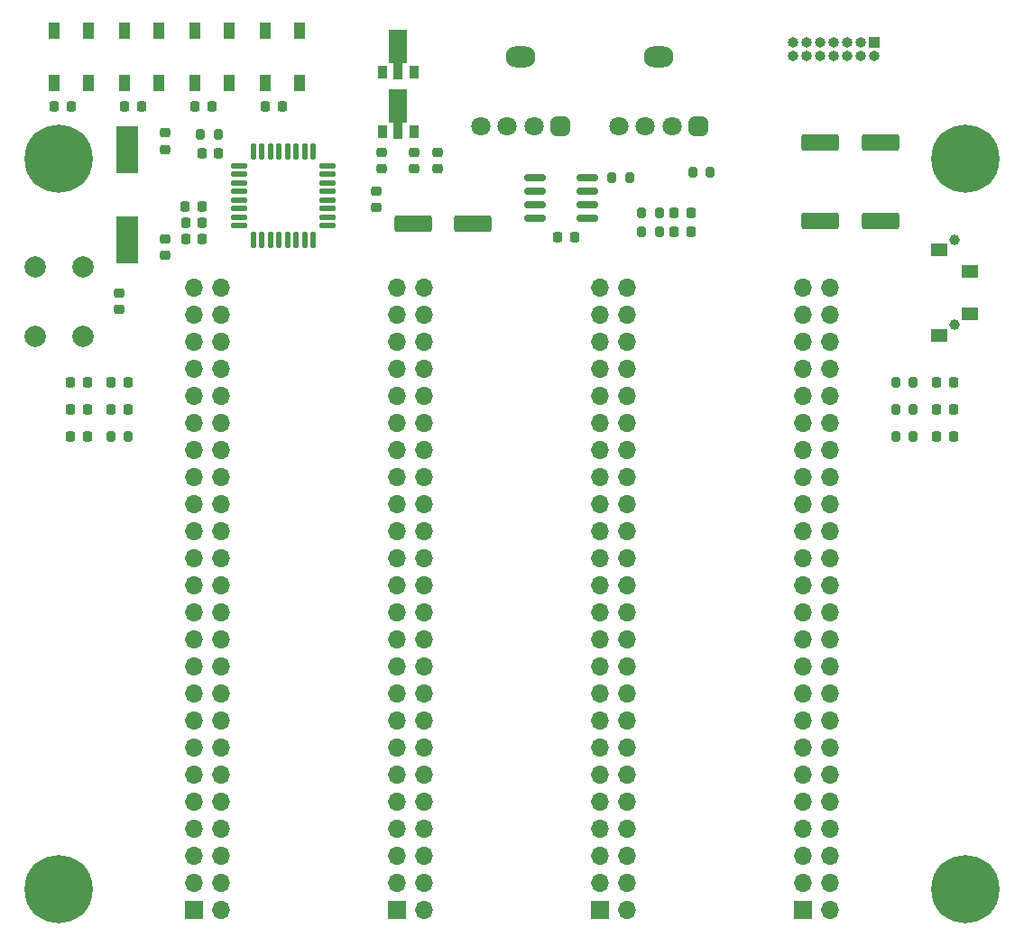
<source format=gbr>
%TF.GenerationSoftware,KiCad,Pcbnew,(6.0.0)*%
%TF.CreationDate,2022-03-21T15:06:36+09:00*%
%TF.ProjectId,MotorDriver base unit,4d6f746f-7244-4726-9976-657220626173,rev?*%
%TF.SameCoordinates,Original*%
%TF.FileFunction,Soldermask,Top*%
%TF.FilePolarity,Negative*%
%FSLAX46Y46*%
G04 Gerber Fmt 4.6, Leading zero omitted, Abs format (unit mm)*
G04 Created by KiCad (PCBNEW (6.0.0)) date 2022-03-21 15:06:36*
%MOMM*%
%LPD*%
G01*
G04 APERTURE LIST*
G04 Aperture macros list*
%AMRoundRect*
0 Rectangle with rounded corners*
0 $1 Rounding radius*
0 $2 $3 $4 $5 $6 $7 $8 $9 X,Y pos of 4 corners*
0 Add a 4 corners polygon primitive as box body*
4,1,4,$2,$3,$4,$5,$6,$7,$8,$9,$2,$3,0*
0 Add four circle primitives for the rounded corners*
1,1,$1+$1,$2,$3*
1,1,$1+$1,$4,$5*
1,1,$1+$1,$6,$7*
1,1,$1+$1,$8,$9*
0 Add four rect primitives between the rounded corners*
20,1,$1+$1,$2,$3,$4,$5,0*
20,1,$1+$1,$4,$5,$6,$7,0*
20,1,$1+$1,$6,$7,$8,$9,0*
20,1,$1+$1,$8,$9,$2,$3,0*%
%AMFreePoly0*
4,1,9,3.862500,-0.866500,0.737500,-0.866500,0.737500,-0.450000,-0.737500,-0.450000,-0.737500,0.450000,0.737500,0.450000,0.737500,0.866500,3.862500,0.866500,3.862500,-0.866500,3.862500,-0.866500,$1*%
G04 Aperture macros list end*
%ADD10RoundRect,0.250000X-1.500000X-0.550000X1.500000X-0.550000X1.500000X0.550000X-1.500000X0.550000X0*%
%ADD11RoundRect,0.225000X0.250000X-0.225000X0.250000X0.225000X-0.250000X0.225000X-0.250000X-0.225000X0*%
%ADD12RoundRect,0.225000X-0.225000X-0.250000X0.225000X-0.250000X0.225000X0.250000X-0.225000X0.250000X0*%
%ADD13RoundRect,0.225000X0.225000X0.250000X-0.225000X0.250000X-0.225000X-0.250000X0.225000X-0.250000X0*%
%ADD14RoundRect,0.225000X-0.250000X0.225000X-0.250000X-0.225000X0.250000X-0.225000X0.250000X0.225000X0*%
%ADD15RoundRect,0.218750X0.218750X0.256250X-0.218750X0.256250X-0.218750X-0.256250X0.218750X-0.256250X0*%
%ADD16R,1.000000X1.500000*%
%ADD17RoundRect,0.218750X-0.218750X-0.256250X0.218750X-0.256250X0.218750X0.256250X-0.218750X0.256250X0*%
%ADD18O,2.800000X2.000000*%
%ADD19RoundRect,0.450000X0.450000X0.450000X-0.450000X0.450000X-0.450000X-0.450000X0.450000X-0.450000X0*%
%ADD20C,1.800000*%
%ADD21RoundRect,0.200000X-0.200000X-0.275000X0.200000X-0.275000X0.200000X0.275000X-0.200000X0.275000X0*%
%ADD22RoundRect,0.200000X0.200000X0.275000X-0.200000X0.275000X-0.200000X-0.275000X0.200000X-0.275000X0*%
%ADD23C,2.000000*%
%ADD24RoundRect,0.125000X-0.625000X-0.125000X0.625000X-0.125000X0.625000X0.125000X-0.625000X0.125000X0*%
%ADD25RoundRect,0.125000X-0.125000X-0.625000X0.125000X-0.625000X0.125000X0.625000X-0.125000X0.625000X0*%
%ADD26R,2.000000X4.500000*%
%ADD27R,1.000000X1.000000*%
%ADD28O,1.000000X1.000000*%
%ADD29C,0.800000*%
%ADD30C,6.400000*%
%ADD31RoundRect,0.150000X-0.825000X-0.150000X0.825000X-0.150000X0.825000X0.150000X-0.825000X0.150000X0*%
%ADD32R,0.900000X1.300000*%
%ADD33FreePoly0,90.000000*%
%ADD34C,1.000000*%
%ADD35R,1.600000X1.200000*%
%ADD36R,1.700000X1.700000*%
%ADD37O,1.700000X1.700000*%
G04 APERTURE END LIST*
D10*
%TO.C,C3*%
X108331000Y-35941000D03*
X113931000Y-35941000D03*
%TD*%
%TO.C,C4*%
X108331000Y-43307000D03*
X113931000Y-43307000D03*
%TD*%
D11*
%TO.C,C5*%
X66675000Y-42050000D03*
X66675000Y-40500000D03*
%TD*%
D10*
%TO.C,C7*%
X70104000Y-43561000D03*
X75704000Y-43561000D03*
%TD*%
D12*
%TO.C,C9*%
X48742000Y-43434000D03*
X50292000Y-43434000D03*
%TD*%
%TO.C,C10*%
X48742000Y-44958000D03*
X50292000Y-44958000D03*
%TD*%
D13*
%TO.C,C12*%
X51816000Y-36957000D03*
X50266000Y-36957000D03*
%TD*%
D12*
%TO.C,C14*%
X36449000Y-32512000D03*
X37999000Y-32512000D03*
%TD*%
%TO.C,C15*%
X43053000Y-32512000D03*
X44603000Y-32512000D03*
%TD*%
D14*
%TO.C,C16*%
X46863000Y-44958000D03*
X46863000Y-46508000D03*
%TD*%
D11*
%TO.C,C17*%
X42545000Y-51575000D03*
X42545000Y-50025000D03*
%TD*%
D12*
%TO.C,C18*%
X49657000Y-32512000D03*
X51207000Y-32512000D03*
%TD*%
D11*
%TO.C,C19*%
X46863000Y-36576000D03*
X46863000Y-35026000D03*
%TD*%
D12*
%TO.C,C20*%
X56261000Y-32512000D03*
X57811000Y-32512000D03*
%TD*%
D15*
%TO.C,D1*%
X120802500Y-60960000D03*
X119227500Y-60960000D03*
%TD*%
%TO.C,D2*%
X120802500Y-58420000D03*
X119227500Y-58420000D03*
%TD*%
D16*
%TO.C,D4*%
X36449000Y-30300000D03*
X39649000Y-30300000D03*
X39649000Y-25400000D03*
X36449000Y-25400000D03*
%TD*%
D17*
%TO.C,D6*%
X94615000Y-44323000D03*
X96190000Y-44323000D03*
%TD*%
D16*
%TO.C,D7*%
X43053000Y-30300000D03*
X46253000Y-30300000D03*
X46253000Y-25400000D03*
X43053000Y-25400000D03*
%TD*%
D17*
%TO.C,D8*%
X94615000Y-42545000D03*
X96190000Y-42545000D03*
%TD*%
D16*
%TO.C,D10*%
X49657000Y-30300000D03*
X52857000Y-30300000D03*
X52857000Y-25400000D03*
X49657000Y-25400000D03*
%TD*%
%TO.C,D13*%
X56261000Y-30300000D03*
X59461000Y-30300000D03*
X59461000Y-25400000D03*
X56261000Y-25400000D03*
%TD*%
D17*
%TO.C,FB1*%
X48717000Y-41910000D03*
X50292000Y-41910000D03*
%TD*%
D18*
%TO.C,J3*%
X80197000Y-27917000D03*
D19*
X83947000Y-34417000D03*
D20*
X81447000Y-34417000D03*
X78947000Y-34417000D03*
X76447000Y-34417000D03*
%TD*%
D18*
%TO.C,J4*%
X93151000Y-27917000D03*
D19*
X96901000Y-34417000D03*
D20*
X94401000Y-34417000D03*
X91901000Y-34417000D03*
X89401000Y-34417000D03*
%TD*%
D21*
%TO.C,R1*%
X115380000Y-60960000D03*
X117030000Y-60960000D03*
%TD*%
%TO.C,R2*%
X115380000Y-58420000D03*
X117030000Y-58420000D03*
%TD*%
%TO.C,R5*%
X91567000Y-44323000D03*
X93217000Y-44323000D03*
%TD*%
%TO.C,R6*%
X91567000Y-42545000D03*
X93217000Y-42545000D03*
%TD*%
%TO.C,R10*%
X88773000Y-39243000D03*
X90423000Y-39243000D03*
%TD*%
D22*
%TO.C,R15*%
X51816000Y-35179000D03*
X50166000Y-35179000D03*
%TD*%
D23*
%TO.C,SW1*%
X39116000Y-47625000D03*
X39116000Y-54125000D03*
X34616000Y-54125000D03*
X34616000Y-47625000D03*
%TD*%
D24*
%TO.C,U2*%
X53731000Y-38110000D03*
X53731000Y-38910000D03*
X53731000Y-39710000D03*
X53731000Y-40510000D03*
X53731000Y-41310000D03*
X53731000Y-42110000D03*
X53731000Y-42910000D03*
X53731000Y-43710000D03*
D25*
X55106000Y-45085000D03*
X55906000Y-45085000D03*
X56706000Y-45085000D03*
X57506000Y-45085000D03*
X58306000Y-45085000D03*
X59106000Y-45085000D03*
X59906000Y-45085000D03*
X60706000Y-45085000D03*
D24*
X62081000Y-43710000D03*
X62081000Y-42910000D03*
X62081000Y-42110000D03*
X62081000Y-41310000D03*
X62081000Y-40510000D03*
X62081000Y-39710000D03*
X62081000Y-38910000D03*
X62081000Y-38110000D03*
D25*
X60706000Y-36735000D03*
X59906000Y-36735000D03*
X59106000Y-36735000D03*
X58306000Y-36735000D03*
X57506000Y-36735000D03*
X56706000Y-36735000D03*
X55906000Y-36735000D03*
X55106000Y-36735000D03*
%TD*%
D26*
%TO.C,Y1*%
X43307000Y-45076000D03*
X43307000Y-36576000D03*
%TD*%
D27*
%TO.C,J1*%
X113411000Y-26543000D03*
D28*
X113411000Y-27813000D03*
X112141000Y-26543000D03*
X112141000Y-27813000D03*
X110871000Y-26543000D03*
X110871000Y-27813000D03*
X109601000Y-26543000D03*
X109601000Y-27813000D03*
X108331000Y-26543000D03*
X108331000Y-27813000D03*
X107061000Y-26543000D03*
X107061000Y-27813000D03*
X105791000Y-26543000D03*
X105791000Y-27813000D03*
%TD*%
D12*
%TO.C,C13*%
X83680000Y-44831000D03*
X85230000Y-44831000D03*
%TD*%
D29*
%TO.C,H3*%
X36830000Y-39865000D03*
X38527056Y-39162056D03*
X34430000Y-37465000D03*
D30*
X36830000Y-37465000D03*
D29*
X39230000Y-37465000D03*
X35132944Y-39162056D03*
X36830000Y-35065000D03*
X35132944Y-35767944D03*
X38527056Y-35767944D03*
%TD*%
%TO.C,H4*%
X121920000Y-35065000D03*
X124320000Y-37465000D03*
X120222944Y-39162056D03*
X120222944Y-35767944D03*
X123617056Y-39162056D03*
D30*
X121920000Y-37465000D03*
D29*
X119520000Y-37465000D03*
X123617056Y-35767944D03*
X121920000Y-39865000D03*
%TD*%
D31*
%TO.C,U4*%
X81537000Y-39243000D03*
X81537000Y-40513000D03*
X81537000Y-41783000D03*
X81537000Y-43053000D03*
X86487000Y-43053000D03*
X86487000Y-41783000D03*
X86487000Y-40513000D03*
X86487000Y-39243000D03*
%TD*%
D32*
%TO.C,U1*%
X67207000Y-29336000D03*
D33*
X68707000Y-29248500D03*
D32*
X70207000Y-29336000D03*
%TD*%
D14*
%TO.C,C8*%
X70231000Y-36830000D03*
X70231000Y-38380000D03*
%TD*%
%TO.C,C11*%
X67183000Y-36830000D03*
X67183000Y-38380000D03*
%TD*%
D32*
%TO.C,U3*%
X67207000Y-34924000D03*
D33*
X68707000Y-34836500D03*
D32*
X70207000Y-34924000D03*
%TD*%
D17*
%TO.C,D51*%
X37947500Y-60960000D03*
X39522500Y-60960000D03*
%TD*%
%TO.C,D52*%
X37947500Y-58420000D03*
X39522500Y-58420000D03*
%TD*%
D15*
%TO.C,R65*%
X43332500Y-60960000D03*
X41757500Y-60960000D03*
%TD*%
%TO.C,R66*%
X43332500Y-58420000D03*
X41757500Y-58420000D03*
%TD*%
D22*
%TO.C,R69*%
X97980000Y-38735000D03*
X96330000Y-38735000D03*
%TD*%
D34*
%TO.C,SW2*%
X120907000Y-53038000D03*
X120907000Y-45038000D03*
D35*
X119507000Y-54038000D03*
X122307000Y-52038000D03*
X122307000Y-48038000D03*
X119507000Y-46038000D03*
%TD*%
D29*
%TO.C,H1*%
X36830000Y-108445000D03*
X39230000Y-106045000D03*
X34430000Y-106045000D03*
X35132944Y-104347944D03*
X35132944Y-107742056D03*
X38527056Y-104347944D03*
X36830000Y-103645000D03*
X38527056Y-107742056D03*
D30*
X36830000Y-106045000D03*
%TD*%
D29*
%TO.C,H2*%
X121920000Y-103645000D03*
X120222944Y-104347944D03*
X121920000Y-108445000D03*
X124320000Y-106045000D03*
X123617056Y-107742056D03*
X119520000Y-106045000D03*
X123617056Y-104347944D03*
D30*
X121920000Y-106045000D03*
D29*
X120222944Y-107742056D03*
%TD*%
D36*
%TO.C,J7*%
X49530000Y-107950000D03*
D37*
X52070000Y-107950000D03*
X49530000Y-105410000D03*
X52070000Y-105410000D03*
X49530000Y-102870000D03*
X52070000Y-102870000D03*
X49530000Y-100330000D03*
X52070000Y-100330000D03*
X49530000Y-97790000D03*
X52070000Y-97790000D03*
X49530000Y-95250000D03*
X52070000Y-95250000D03*
X49530000Y-92710000D03*
X52070000Y-92710000D03*
X49530000Y-90170000D03*
X52070000Y-90170000D03*
X49530000Y-87630000D03*
X52070000Y-87630000D03*
X49530000Y-85090000D03*
X52070000Y-85090000D03*
X49530000Y-82550000D03*
X52070000Y-82550000D03*
X49530000Y-80010000D03*
X52070000Y-80010000D03*
X49530000Y-77470000D03*
X52070000Y-77470000D03*
X49530000Y-74930000D03*
X52070000Y-74930000D03*
X49530000Y-72390000D03*
X52070000Y-72390000D03*
X49530000Y-69850000D03*
X52070000Y-69850000D03*
X49530000Y-67310000D03*
X52070000Y-67310000D03*
X49530000Y-64770000D03*
X52070000Y-64770000D03*
X49530000Y-62230000D03*
X52070000Y-62230000D03*
X49530000Y-59690000D03*
X52070000Y-59690000D03*
X49530000Y-57150000D03*
X52070000Y-57150000D03*
X49530000Y-54610000D03*
X52070000Y-54610000D03*
X49530000Y-52070000D03*
X52070000Y-52070000D03*
X49530000Y-49530000D03*
X52070000Y-49530000D03*
%TD*%
D36*
%TO.C,J8*%
X68580000Y-107950000D03*
D37*
X71120000Y-107950000D03*
X68580000Y-105410000D03*
X71120000Y-105410000D03*
X68580000Y-102870000D03*
X71120000Y-102870000D03*
X68580000Y-100330000D03*
X71120000Y-100330000D03*
X68580000Y-97790000D03*
X71120000Y-97790000D03*
X68580000Y-95250000D03*
X71120000Y-95250000D03*
X68580000Y-92710000D03*
X71120000Y-92710000D03*
X68580000Y-90170000D03*
X71120000Y-90170000D03*
X68580000Y-87630000D03*
X71120000Y-87630000D03*
X68580000Y-85090000D03*
X71120000Y-85090000D03*
X68580000Y-82550000D03*
X71120000Y-82550000D03*
X68580000Y-80010000D03*
X71120000Y-80010000D03*
X68580000Y-77470000D03*
X71120000Y-77470000D03*
X68580000Y-74930000D03*
X71120000Y-74930000D03*
X68580000Y-72390000D03*
X71120000Y-72390000D03*
X68580000Y-69850000D03*
X71120000Y-69850000D03*
X68580000Y-67310000D03*
X71120000Y-67310000D03*
X68580000Y-64770000D03*
X71120000Y-64770000D03*
X68580000Y-62230000D03*
X71120000Y-62230000D03*
X68580000Y-59690000D03*
X71120000Y-59690000D03*
X68580000Y-57150000D03*
X71120000Y-57150000D03*
X68580000Y-54610000D03*
X71120000Y-54610000D03*
X68580000Y-52070000D03*
X71120000Y-52070000D03*
X68580000Y-49530000D03*
X71120000Y-49530000D03*
%TD*%
D36*
%TO.C,J9*%
X87630000Y-107950000D03*
D37*
X90170000Y-107950000D03*
X87630000Y-105410000D03*
X90170000Y-105410000D03*
X87630000Y-102870000D03*
X90170000Y-102870000D03*
X87630000Y-100330000D03*
X90170000Y-100330000D03*
X87630000Y-97790000D03*
X90170000Y-97790000D03*
X87630000Y-95250000D03*
X90170000Y-95250000D03*
X87630000Y-92710000D03*
X90170000Y-92710000D03*
X87630000Y-90170000D03*
X90170000Y-90170000D03*
X87630000Y-87630000D03*
X90170000Y-87630000D03*
X87630000Y-85090000D03*
X90170000Y-85090000D03*
X87630000Y-82550000D03*
X90170000Y-82550000D03*
X87630000Y-80010000D03*
X90170000Y-80010000D03*
X87630000Y-77470000D03*
X90170000Y-77470000D03*
X87630000Y-74930000D03*
X90170000Y-74930000D03*
X87630000Y-72390000D03*
X90170000Y-72390000D03*
X87630000Y-69850000D03*
X90170000Y-69850000D03*
X87630000Y-67310000D03*
X90170000Y-67310000D03*
X87630000Y-64770000D03*
X90170000Y-64770000D03*
X87630000Y-62230000D03*
X90170000Y-62230000D03*
X87630000Y-59690000D03*
X90170000Y-59690000D03*
X87630000Y-57150000D03*
X90170000Y-57150000D03*
X87630000Y-54610000D03*
X90170000Y-54610000D03*
X87630000Y-52070000D03*
X90170000Y-52070000D03*
X87630000Y-49530000D03*
X90170000Y-49530000D03*
%TD*%
D36*
%TO.C,J10*%
X106680000Y-107950000D03*
D37*
X109220000Y-107950000D03*
X106680000Y-105410000D03*
X109220000Y-105410000D03*
X106680000Y-102870000D03*
X109220000Y-102870000D03*
X106680000Y-100330000D03*
X109220000Y-100330000D03*
X106680000Y-97790000D03*
X109220000Y-97790000D03*
X106680000Y-95250000D03*
X109220000Y-95250000D03*
X106680000Y-92710000D03*
X109220000Y-92710000D03*
X106680000Y-90170000D03*
X109220000Y-90170000D03*
X106680000Y-87630000D03*
X109220000Y-87630000D03*
X106680000Y-85090000D03*
X109220000Y-85090000D03*
X106680000Y-82550000D03*
X109220000Y-82550000D03*
X106680000Y-80010000D03*
X109220000Y-80010000D03*
X106680000Y-77470000D03*
X109220000Y-77470000D03*
X106680000Y-74930000D03*
X109220000Y-74930000D03*
X106680000Y-72390000D03*
X109220000Y-72390000D03*
X106680000Y-69850000D03*
X109220000Y-69850000D03*
X106680000Y-67310000D03*
X109220000Y-67310000D03*
X106680000Y-64770000D03*
X109220000Y-64770000D03*
X106680000Y-62230000D03*
X109220000Y-62230000D03*
X106680000Y-59690000D03*
X109220000Y-59690000D03*
X106680000Y-57150000D03*
X109220000Y-57150000D03*
X106680000Y-54610000D03*
X109220000Y-54610000D03*
X106680000Y-52070000D03*
X109220000Y-52070000D03*
X106680000Y-49530000D03*
X109220000Y-49530000D03*
%TD*%
D17*
%TO.C,D3*%
X37947500Y-63500000D03*
X39522500Y-63500000D03*
%TD*%
D15*
%TO.C,D5*%
X120802500Y-63500000D03*
X119227500Y-63500000D03*
%TD*%
D22*
%TO.C,R3*%
X43370000Y-63500000D03*
X41720000Y-63500000D03*
%TD*%
D21*
%TO.C,R4*%
X115380000Y-63500000D03*
X117030000Y-63500000D03*
%TD*%
D14*
%TO.C,C2*%
X72390000Y-36830000D03*
X72390000Y-38380000D03*
%TD*%
M02*

</source>
